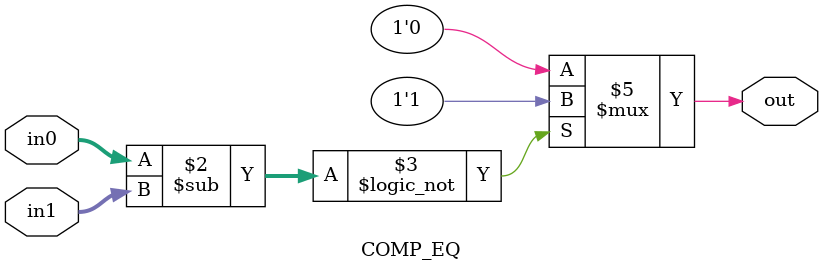
<source format=v>
`timescale 1ns / 1ps


module COMP_EQ(output reg out,
               input [7:0]in0,in1 );
               
               always @(*)
               if(in0-in1==0)
                out=1;
               else
                out=0;
endmodule

</source>
